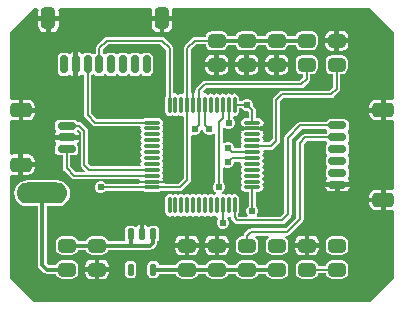
<source format=gtl>
G04*
G04 #@! TF.GenerationSoftware,Altium Limited,Altium Designer,23.4.1 (23)*
G04*
G04 Layer_Physical_Order=1*
G04 Layer_Color=255*
%FSLAX25Y25*%
%MOIN*%
G70*
G04*
G04 #@! TF.SameCoordinates,47F6D48D-2594-4982-AAFB-0A648C4F03F0*
G04*
G04*
G04 #@! TF.FilePolarity,Positive*
G04*
G01*
G75*
%ADD12C,0.00800*%
G04:AMPARAMS|DCode=14|XSize=61.02mil|YSize=23.62mil|CornerRadius=5.91mil|HoleSize=0mil|Usage=FLASHONLY|Rotation=0.000|XOffset=0mil|YOffset=0mil|HoleType=Round|Shape=RoundedRectangle|*
%AMROUNDEDRECTD14*
21,1,0.06102,0.01181,0,0,0.0*
21,1,0.04921,0.02362,0,0,0.0*
1,1,0.01181,0.02461,-0.00591*
1,1,0.01181,-0.02461,-0.00591*
1,1,0.01181,-0.02461,0.00591*
1,1,0.01181,0.02461,0.00591*
%
%ADD14ROUNDEDRECTD14*%
G04:AMPARAMS|DCode=15|XSize=23.62mil|YSize=61.02mil|CornerRadius=5.91mil|HoleSize=0mil|Usage=FLASHONLY|Rotation=270.000|XOffset=0mil|YOffset=0mil|HoleType=Round|Shape=RoundedRectangle|*
%AMROUNDEDRECTD15*
21,1,0.02362,0.04921,0,0,270.0*
21,1,0.01181,0.06102,0,0,270.0*
1,1,0.01181,-0.02461,-0.00591*
1,1,0.01181,-0.02461,0.00591*
1,1,0.01181,0.02461,0.00591*
1,1,0.01181,0.02461,-0.00591*
%
%ADD15ROUNDEDRECTD15*%
G04:AMPARAMS|DCode=16|XSize=70.87mil|YSize=47.24mil|CornerRadius=11.81mil|HoleSize=0mil|Usage=FLASHONLY|Rotation=180.000|XOffset=0mil|YOffset=0mil|HoleType=Round|Shape=RoundedRectangle|*
%AMROUNDEDRECTD16*
21,1,0.07087,0.02362,0,0,180.0*
21,1,0.04724,0.04724,0,0,180.0*
1,1,0.02362,-0.02362,0.01181*
1,1,0.02362,0.02362,0.01181*
1,1,0.02362,0.02362,-0.01181*
1,1,0.02362,-0.02362,-0.01181*
%
%ADD16ROUNDEDRECTD16*%
G04:AMPARAMS|DCode=17|XSize=45.67mil|YSize=57.09mil|CornerRadius=11.42mil|HoleSize=0mil|Usage=FLASHONLY|Rotation=90.000|XOffset=0mil|YOffset=0mil|HoleType=Round|Shape=RoundedRectangle|*
%AMROUNDEDRECTD17*
21,1,0.04567,0.03425,0,0,90.0*
21,1,0.02284,0.05709,0,0,90.0*
1,1,0.02284,0.01713,0.01142*
1,1,0.02284,0.01713,-0.01142*
1,1,0.02284,-0.01713,-0.01142*
1,1,0.02284,-0.01713,0.01142*
%
%ADD17ROUNDEDRECTD17*%
G04:AMPARAMS|DCode=18|XSize=21.65mil|YSize=39.37mil|CornerRadius=5.41mil|HoleSize=0mil|Usage=FLASHONLY|Rotation=180.000|XOffset=0mil|YOffset=0mil|HoleType=Round|Shape=RoundedRectangle|*
%AMROUNDEDRECTD18*
21,1,0.02165,0.02854,0,0,180.0*
21,1,0.01083,0.03937,0,0,180.0*
1,1,0.01083,-0.00541,0.01427*
1,1,0.01083,0.00541,0.01427*
1,1,0.01083,0.00541,-0.01427*
1,1,0.01083,-0.00541,-0.01427*
%
%ADD18ROUNDEDRECTD18*%
G04:AMPARAMS|DCode=19|XSize=21.65mil|YSize=39.37mil|CornerRadius=5.41mil|HoleSize=0mil|Usage=FLASHONLY|Rotation=180.000|XOffset=0mil|YOffset=0mil|HoleType=Round|Shape=RoundedRectangle|*
%AMROUNDEDRECTD19*
21,1,0.02165,0.02854,0,0,180.0*
21,1,0.01083,0.03937,0,0,180.0*
1,1,0.01083,-0.00541,0.01427*
1,1,0.01083,0.00541,0.01427*
1,1,0.01083,0.00541,-0.01427*
1,1,0.01083,-0.00541,-0.01427*
%
%ADD19ROUNDEDRECTD19*%
G04:AMPARAMS|DCode=20|XSize=47.24mil|YSize=70.87mil|CornerRadius=11.81mil|HoleSize=0mil|Usage=FLASHONLY|Rotation=90.000|XOffset=0mil|YOffset=0mil|HoleType=Round|Shape=RoundedRectangle|*
%AMROUNDEDRECTD20*
21,1,0.04724,0.04724,0,0,90.0*
21,1,0.02362,0.07087,0,0,90.0*
1,1,0.02362,0.02362,0.01181*
1,1,0.02362,0.02362,-0.01181*
1,1,0.02362,-0.02362,-0.01181*
1,1,0.02362,-0.02362,0.01181*
%
%ADD20ROUNDEDRECTD20*%
G04:AMPARAMS|DCode=21|XSize=47.24mil|YSize=70.87mil|CornerRadius=11.81mil|HoleSize=0mil|Usage=FLASHONLY|Rotation=0.000|XOffset=0mil|YOffset=0mil|HoleType=Round|Shape=RoundedRectangle|*
%AMROUNDEDRECTD21*
21,1,0.04724,0.04724,0,0,0.0*
21,1,0.02362,0.07087,0,0,0.0*
1,1,0.02362,0.01181,-0.02362*
1,1,0.02362,-0.01181,-0.02362*
1,1,0.02362,-0.01181,0.02362*
1,1,0.02362,0.01181,0.02362*
%
%ADD21ROUNDEDRECTD21*%
G04:AMPARAMS|DCode=22|XSize=61.02mil|YSize=23.62mil|CornerRadius=5.91mil|HoleSize=0mil|Usage=FLASHONLY|Rotation=270.000|XOffset=0mil|YOffset=0mil|HoleType=Round|Shape=RoundedRectangle|*
%AMROUNDEDRECTD22*
21,1,0.06102,0.01181,0,0,270.0*
21,1,0.04921,0.02362,0,0,270.0*
1,1,0.01181,-0.00591,-0.02461*
1,1,0.01181,-0.00591,0.02461*
1,1,0.01181,0.00591,0.02461*
1,1,0.01181,0.00591,-0.02461*
%
%ADD22ROUNDEDRECTD22*%
G04:AMPARAMS|DCode=23|XSize=23.62mil|YSize=61.02mil|CornerRadius=5.91mil|HoleSize=0mil|Usage=FLASHONLY|Rotation=180.000|XOffset=0mil|YOffset=0mil|HoleType=Round|Shape=RoundedRectangle|*
%AMROUNDEDRECTD23*
21,1,0.02362,0.04921,0,0,180.0*
21,1,0.01181,0.06102,0,0,180.0*
1,1,0.01181,-0.00591,0.02461*
1,1,0.01181,0.00591,0.02461*
1,1,0.01181,0.00591,-0.02461*
1,1,0.01181,-0.00591,-0.02461*
%
%ADD23ROUNDEDRECTD23*%
%ADD24O,0.01063X0.05906*%
%ADD25O,0.05906X0.01063*%
%ADD39O,0.17000X0.07000*%
%ADD40C,0.01200*%
%ADD41C,0.02400*%
G36*
X284129Y244786D02*
Y222312D01*
X283629Y221981D01*
X283011Y222104D01*
X281449D01*
Y218699D01*
Y215294D01*
X283011D01*
X283629Y215417D01*
X284129Y215086D01*
Y192391D01*
X283629Y192059D01*
X283013Y192181D01*
X281451D01*
Y188776D01*
Y185371D01*
X283013D01*
X283629Y185494D01*
X284129Y185161D01*
Y162718D01*
X276281Y154870D01*
X164213D01*
X156372Y162712D01*
Y196914D01*
X156872Y197245D01*
X157489Y197122D01*
X159051D01*
Y200527D01*
Y203932D01*
X157489D01*
X156872Y203809D01*
X156372Y204141D01*
Y215108D01*
X156872Y215424D01*
X157522Y215295D01*
X159084D01*
Y218700D01*
Y222105D01*
X157522D01*
X156872Y221975D01*
X156372Y222291D01*
Y244785D01*
X164215Y252628D01*
X165366D01*
X165756Y252128D01*
X165658Y251637D01*
Y250074D01*
X172468D01*
Y251637D01*
X172370Y252128D01*
X172760Y252628D01*
X203215D01*
X203603Y252128D01*
X203504Y251632D01*
Y250069D01*
X210314D01*
Y251632D01*
X210215Y252128D01*
X210603Y252628D01*
X276286Y252628D01*
X284129Y244786D01*
D02*
G37*
%LPC*%
G36*
X172468Y248474D02*
X169863D01*
Y244688D01*
X170244D01*
X171095Y244858D01*
X171817Y245340D01*
X172299Y246061D01*
X172468Y246912D01*
Y248474D01*
D02*
G37*
G36*
X168263D02*
X165658D01*
Y246912D01*
X165827Y246061D01*
X166309Y245340D01*
X167031Y244858D01*
X167882Y244688D01*
X168263D01*
Y248474D01*
D02*
G37*
G36*
X210314Y248469D02*
X207709D01*
Y244684D01*
X208090D01*
X208941Y244853D01*
X209663Y245335D01*
X210145Y246056D01*
X210314Y246907D01*
Y248469D01*
D02*
G37*
G36*
X206109D02*
X203504D01*
Y246907D01*
X203674Y246056D01*
X204156Y245335D01*
X204877Y244853D01*
X205728Y244684D01*
X206109D01*
Y248469D01*
D02*
G37*
G36*
X256889Y244988D02*
X253464D01*
X252707Y244837D01*
X252064Y244408D01*
X251635Y243766D01*
X251541Y243294D01*
X248812D01*
X248718Y243766D01*
X248289Y244408D01*
X247647Y244837D01*
X246889Y244988D01*
X243464D01*
X242706Y244837D01*
X242064Y244408D01*
X241635Y243766D01*
X241541Y243294D01*
X238812D01*
X238718Y243766D01*
X238289Y244408D01*
X237647Y244837D01*
X236889Y244988D01*
X233464D01*
X232706Y244837D01*
X232064Y244408D01*
X231635Y243766D01*
X231541Y243294D01*
X228812D01*
X228718Y243766D01*
X228289Y244408D01*
X227647Y244837D01*
X226889Y244988D01*
X223464D01*
X222707Y244837D01*
X222064Y244408D01*
X221635Y243766D01*
X221501Y243090D01*
X217866D01*
X217398Y242997D01*
X217001Y242731D01*
X214464Y240194D01*
X214199Y239797D01*
X214106Y239329D01*
Y224565D01*
X213606Y224215D01*
X213360Y224264D01*
X212840Y224160D01*
X212783Y224122D01*
X212376Y223880D01*
X211969Y224122D01*
X211912Y224160D01*
X211392Y224264D01*
X211146Y224215D01*
X210646Y224565D01*
Y239329D01*
X210553Y239797D01*
X210288Y240194D01*
X207755Y242726D01*
X207358Y242992D01*
X206890Y243085D01*
X188564D01*
X188095Y242992D01*
X187698Y242726D01*
X185157Y240185D01*
X184892Y239788D01*
X184799Y239320D01*
Y237725D01*
X184429Y237478D01*
X184356Y237369D01*
X183755D01*
X183687Y237471D01*
X183227Y237778D01*
X182684Y237886D01*
X181503D01*
X180961Y237778D01*
X180500Y237471D01*
X180495Y237463D01*
X179995D01*
X179894Y237615D01*
X179368Y237967D01*
X178957Y238049D01*
Y234008D01*
Y229967D01*
X179368Y230049D01*
X179894Y230401D01*
X179995Y230553D01*
X180495D01*
X180500Y230545D01*
X180870Y230298D01*
Y217116D01*
X180963Y216648D01*
X181228Y216251D01*
X183764Y213715D01*
X184161Y213450D01*
X184629Y213357D01*
X199438D01*
X199788Y212857D01*
X199739Y212611D01*
X199843Y212092D01*
X200137Y211651D01*
X199881Y211221D01*
X199842Y211163D01*
X199739Y210643D01*
X199842Y210124D01*
X199882Y210065D01*
X200137Y209634D01*
X199843Y209194D01*
X199739Y208674D01*
X199843Y208155D01*
X200137Y207714D01*
X199881Y207284D01*
X199842Y207226D01*
X199739Y206706D01*
X199842Y206187D01*
X199882Y206128D01*
X200137Y205697D01*
X199843Y205257D01*
X199739Y204737D01*
X199843Y204218D01*
X199881Y204160D01*
X200136Y203729D01*
X199842Y203289D01*
X199739Y202769D01*
X199842Y202250D01*
X199881Y202191D01*
X200137Y201760D01*
X199843Y201320D01*
X199739Y200800D01*
X199788Y200556D01*
X199437Y200056D01*
X183074D01*
X182223Y200906D01*
Y211903D01*
X182130Y212371D01*
X181865Y212769D01*
X180250Y214383D01*
X179853Y214649D01*
X179385Y214742D01*
X178850D01*
X178603Y215111D01*
X178144Y215418D01*
X177601Y215526D01*
X172680D01*
X172137Y215418D01*
X171677Y215111D01*
X171370Y214651D01*
X171262Y214108D01*
Y212927D01*
X171370Y212385D01*
X171677Y211925D01*
X171685Y211919D01*
Y211419D01*
X171533Y211318D01*
X171181Y210792D01*
X171100Y210381D01*
X175140D01*
X179181D01*
X179099Y210792D01*
X178748Y211318D01*
X178596Y211419D01*
Y211919D01*
X178603Y211925D01*
X179222Y211951D01*
X179777Y211397D01*
Y200399D01*
X179870Y199931D01*
X180135Y199534D01*
X181120Y198549D01*
X180929Y198087D01*
X178144D01*
X176364Y199866D01*
Y203635D01*
X177600D01*
X178143Y203743D01*
X178603Y204050D01*
X178910Y204510D01*
X179018Y205053D01*
Y206234D01*
X178910Y206776D01*
X178624Y207205D01*
X178603Y207236D01*
X178671Y207792D01*
X178748Y207843D01*
X179099Y208369D01*
X179181Y208781D01*
X175140D01*
X171100D01*
X171181Y208369D01*
X171533Y207843D01*
X171609Y207792D01*
X171677Y207236D01*
X171656Y207206D01*
X171369Y206776D01*
X171261Y206234D01*
Y205053D01*
X171369Y204510D01*
X171677Y204050D01*
X172137Y203743D01*
X172679Y203635D01*
X173917D01*
Y199360D01*
X174010Y198891D01*
X174275Y198495D01*
X176772Y195998D01*
X177169Y195733D01*
X177637Y195640D01*
X199196D01*
X199583Y195140D01*
X199535Y194895D01*
X199584Y194650D01*
X199197Y194150D01*
X188179D01*
X187633Y194695D01*
X186898Y195000D01*
X186102D01*
X185367Y194695D01*
X184804Y194133D01*
X184500Y193398D01*
Y192602D01*
X184804Y191867D01*
X185367Y191305D01*
X186102Y191000D01*
X186898D01*
X187633Y191305D01*
X188031Y191703D01*
X200531D01*
X200577Y191672D01*
X201097Y191569D01*
X205939D01*
X206459Y191672D01*
X206505Y191703D01*
X212772D01*
X213240Y191796D01*
X213637Y192061D01*
X216194Y194618D01*
X216460Y195015D01*
X216553Y195483D01*
Y210154D01*
X217053Y210488D01*
X217454Y210321D01*
X218250D01*
X218985Y210626D01*
X219548Y211189D01*
X219852Y211924D01*
Y212313D01*
X220352Y212524D01*
X220648Y212238D01*
Y211924D01*
X220952Y211189D01*
X221515Y210626D01*
X222250Y210321D01*
X223046D01*
X223781Y210626D01*
X224149Y210994D01*
X224649Y210787D01*
Y194608D01*
X224177Y194136D01*
X223872Y193401D01*
Y192605D01*
X224177Y191870D01*
X224739Y191307D01*
X224875Y191251D01*
X224824Y190731D01*
X224651Y190697D01*
X224593Y190658D01*
X224187Y190417D01*
X223780Y190658D01*
X223723Y190697D01*
X223203Y190800D01*
X222684Y190697D01*
X222625Y190657D01*
X222218Y190417D01*
X221812Y190657D01*
X221753Y190697D01*
X221234Y190800D01*
X220714Y190697D01*
X220657Y190658D01*
X220250Y190417D01*
X219843Y190658D01*
X219786Y190697D01*
X219266Y190800D01*
X218747Y190697D01*
X218688Y190657D01*
X218282Y190417D01*
X217875Y190657D01*
X217816Y190697D01*
X217297Y190800D01*
X216777Y190697D01*
X216720Y190658D01*
X216313Y190417D01*
X215906Y190658D01*
X215849Y190697D01*
X215329Y190800D01*
X214810Y190697D01*
X214751Y190657D01*
X214345Y190417D01*
X213938Y190657D01*
X213879Y190697D01*
X213360Y190800D01*
X212840Y190697D01*
X212783Y190658D01*
X212376Y190417D01*
X211969Y190658D01*
X211912Y190697D01*
X211392Y190800D01*
X210873Y190697D01*
X210814Y190657D01*
X210407Y190417D01*
X210001Y190657D01*
X209942Y190697D01*
X209423Y190800D01*
X208903Y190697D01*
X208463Y190402D01*
X208169Y189962D01*
X208065Y189443D01*
Y184600D01*
X208169Y184081D01*
X208463Y183640D01*
X208903Y183346D01*
X209423Y183242D01*
X209942Y183346D01*
X210001Y183385D01*
X210407Y183625D01*
X210814Y183385D01*
X210873Y183346D01*
X211392Y183242D01*
X211912Y183346D01*
X211969Y183384D01*
X212376Y183626D01*
X212783Y183384D01*
X212840Y183346D01*
X213360Y183242D01*
X213879Y183346D01*
X213938Y183385D01*
X214345Y183625D01*
X214751Y183385D01*
X214810Y183346D01*
X215329Y183242D01*
X215849Y183346D01*
X215906Y183384D01*
X216313Y183626D01*
X216720Y183384D01*
X216777Y183346D01*
X217297Y183242D01*
X217816Y183346D01*
X217875Y183385D01*
X218282Y183625D01*
X218688Y183385D01*
X218747Y183346D01*
X219266Y183242D01*
X219786Y183346D01*
X219843Y183384D01*
X220250Y183626D01*
X220657Y183384D01*
X220714Y183346D01*
X221234Y183242D01*
X221753Y183346D01*
X221812Y183385D01*
X222218Y183625D01*
X222625Y183385D01*
X222684Y183346D01*
X223203Y183242D01*
X223723Y183346D01*
X223780Y183384D01*
X224187Y183626D01*
X224593Y183384D01*
X224651Y183346D01*
X225171Y183242D01*
X225196Y183247D01*
X225662Y182899D01*
X225690Y182519D01*
X225445Y182273D01*
X225140Y181538D01*
Y180742D01*
X225445Y180007D01*
X226007Y179445D01*
X226742Y179140D01*
X227538D01*
X228273Y179445D01*
X228836Y180007D01*
X229140Y180742D01*
Y181538D01*
X228836Y182273D01*
X228591Y182518D01*
X228620Y182899D01*
X229085Y183247D01*
X229108Y183242D01*
X229354Y183291D01*
X229854Y182941D01*
Y182923D01*
X229947Y182455D01*
X230212Y182058D01*
X231135Y181135D01*
X231532Y180870D01*
X232000Y180777D01*
X247000D01*
X247468Y180870D01*
X247865Y181135D01*
X249793Y183063D01*
X250059Y183460D01*
X250152Y183928D01*
Y208966D01*
X253543Y212358D01*
X261682D01*
X261929Y211988D01*
X262041Y211913D01*
Y211312D01*
X261929Y211237D01*
X261682Y210868D01*
X254644D01*
X254176Y210774D01*
X253779Y210509D01*
X251992Y208722D01*
X251726Y208325D01*
X251633Y207857D01*
Y182805D01*
X248140Y179312D01*
X236589D01*
X236121Y179219D01*
X235724Y178954D01*
X234357Y177587D01*
X234092Y177190D01*
X233999Y176722D01*
Y176700D01*
X233509D01*
X232752Y176549D01*
X232110Y176120D01*
X231680Y175478D01*
X231530Y174720D01*
Y172437D01*
X231680Y171679D01*
X232110Y171037D01*
X232752Y170608D01*
X233509Y170457D01*
X236935D01*
X237692Y170608D01*
X238335Y171037D01*
X238764Y171679D01*
X238914Y172437D01*
Y174720D01*
X238764Y175478D01*
X238335Y176120D01*
X237968Y176365D01*
X238119Y176865D01*
X242325D01*
X242477Y176365D01*
X242110Y176120D01*
X241681Y175478D01*
X241530Y174720D01*
Y172437D01*
X241681Y171679D01*
X242110Y171037D01*
X242752Y170608D01*
X243510Y170457D01*
X246935D01*
X247692Y170608D01*
X248335Y171037D01*
X248764Y171679D01*
X248914Y172437D01*
Y174720D01*
X248764Y175478D01*
X248335Y176120D01*
X247968Y176365D01*
X248119Y176865D01*
X248647D01*
X249115Y176958D01*
X249512Y177224D01*
X253722Y181433D01*
X253987Y181830D01*
X254080Y182299D01*
Y207350D01*
X255151Y208421D01*
X261682D01*
X261929Y208051D01*
X262041Y207976D01*
Y207375D01*
X261929Y207300D01*
X261622Y206840D01*
X261514Y206298D01*
Y205117D01*
X261622Y204574D01*
X261929Y204114D01*
X262041Y204039D01*
Y203438D01*
X261929Y203363D01*
X261622Y202903D01*
X261514Y202361D01*
Y201180D01*
X261622Y200637D01*
X261929Y200177D01*
X262041Y200102D01*
Y199501D01*
X261930Y199427D01*
X261623Y198967D01*
X261515Y198424D01*
Y197243D01*
X261623Y196701D01*
X261910Y196271D01*
X261930Y196241D01*
X261863Y195684D01*
X261786Y195632D01*
X261434Y195106D01*
X261352Y194695D01*
X265393D01*
X269434D01*
X269352Y195106D01*
X269000Y195632D01*
X268923Y195684D01*
X268856Y196241D01*
X268876Y196271D01*
X269164Y196701D01*
X269271Y197243D01*
Y198424D01*
X269164Y198967D01*
X268856Y199427D01*
X268744Y199501D01*
Y200103D01*
X268856Y200177D01*
X269163Y200637D01*
X269271Y201180D01*
Y202361D01*
X269163Y202903D01*
X268856Y203363D01*
X268744Y203438D01*
Y204039D01*
X268856Y204114D01*
X269163Y204574D01*
X269271Y205117D01*
Y206298D01*
X269163Y206840D01*
X268856Y207300D01*
X268744Y207375D01*
Y207976D01*
X268856Y208051D01*
X269163Y208511D01*
X269271Y209054D01*
Y210235D01*
X269163Y210777D01*
X268856Y211237D01*
X268744Y211312D01*
Y211913D01*
X268856Y211988D01*
X269163Y212448D01*
X269271Y212991D01*
Y214172D01*
X269163Y214714D01*
X268856Y215174D01*
X268396Y215482D01*
X267853Y215589D01*
X262932D01*
X262389Y215482D01*
X261929Y215174D01*
X261682Y214805D01*
X253036D01*
X252568Y214711D01*
X252171Y214446D01*
X248063Y210338D01*
X247798Y209942D01*
X247705Y209473D01*
Y184435D01*
X246493Y183223D01*
X238676D01*
X238469Y183723D01*
X238678Y183932D01*
X238982Y184668D01*
Y185463D01*
X238678Y186198D01*
X238206Y186670D01*
Y191568D01*
X239403D01*
X239923Y191672D01*
X240363Y191966D01*
X240658Y192406D01*
X240761Y192926D01*
X240658Y193445D01*
X240618Y193504D01*
X240363Y193935D01*
X240657Y194375D01*
X240760Y194895D01*
X240657Y195414D01*
X240363Y195855D01*
X240619Y196285D01*
X240658Y196343D01*
X240761Y196863D01*
X240658Y197382D01*
X240618Y197441D01*
X240363Y197872D01*
X240657Y198312D01*
X240760Y198832D01*
X240657Y199351D01*
X240363Y199792D01*
X240619Y200222D01*
X240658Y200280D01*
X240761Y200800D01*
X240658Y201319D01*
X240618Y201378D01*
X240363Y201809D01*
X240657Y202249D01*
X240760Y202769D01*
X240657Y203288D01*
X240363Y203729D01*
X240619Y204159D01*
X240658Y204217D01*
X240761Y204737D01*
X240712Y204982D01*
X241062Y205482D01*
X243206D01*
X243674Y205575D01*
X244071Y205840D01*
X245865Y207635D01*
X246130Y208032D01*
X246223Y208500D01*
Y221685D01*
X247315Y222777D01*
X263326D01*
X263794Y222870D01*
X264191Y223135D01*
X266042Y224986D01*
X266307Y225383D01*
X266400Y225851D01*
Y230745D01*
X266889D01*
X267647Y230895D01*
X268289Y231325D01*
X268718Y231967D01*
X268869Y232724D01*
Y235008D01*
X268718Y235766D01*
X268289Y236408D01*
X267647Y236837D01*
X266889Y236988D01*
X263464D01*
X262706Y236837D01*
X262064Y236408D01*
X261635Y235766D01*
X261484Y235008D01*
Y232724D01*
X261635Y231967D01*
X262064Y231325D01*
X262706Y230895D01*
X263464Y230745D01*
X263953D01*
Y226358D01*
X262819Y225223D01*
X246808D01*
X246340Y225130D01*
X245943Y224865D01*
X244135Y223057D01*
X243870Y222660D01*
X243776Y222192D01*
Y209007D01*
X242699Y207929D01*
X241063D01*
X240712Y208429D01*
X240761Y208674D01*
X240658Y209193D01*
X240618Y209252D01*
X240363Y209683D01*
X240657Y210123D01*
X240761Y210643D01*
X240657Y211162D01*
X240489Y211414D01*
X240508Y211507D01*
X240711Y211811D01*
X240052D01*
X239923Y211897D01*
X239403Y212000D01*
X234560D01*
X234041Y211897D01*
X233911Y211811D01*
X233254D01*
X233457Y211507D01*
X233475Y211415D01*
X233306Y211162D01*
X233203Y210643D01*
X233306Y210123D01*
X233346Y210064D01*
X233601Y209634D01*
X233307Y209193D01*
X233203Y208674D01*
X233307Y208154D01*
X233601Y207714D01*
X233345Y207283D01*
X233306Y207225D01*
X233203Y206706D01*
X233252Y206460D01*
X232902Y205960D01*
X230819D01*
Y206549D01*
X230515Y207284D01*
X229952Y207846D01*
X229217Y208151D01*
X228421D01*
X227686Y207846D01*
X227596Y207756D01*
X227096Y207963D01*
Y212931D01*
X227596Y213138D01*
X227975Y212759D01*
X228710Y212455D01*
X229505D01*
X230241Y212759D01*
X230803Y213322D01*
X231108Y214057D01*
Y214853D01*
X230803Y215588D01*
X230436Y215955D01*
X230467Y216443D01*
X230875Y216746D01*
X231077Y216706D01*
X231597Y216809D01*
X232037Y217104D01*
X232331Y217544D01*
X232435Y218063D01*
Y219261D01*
X233573D01*
X234044Y218790D01*
X234779Y218485D01*
X235446D01*
X235758Y218174D01*
Y215937D01*
X234560D01*
X234041Y215834D01*
X233600Y215540D01*
X233306Y215099D01*
X233203Y214580D01*
X233306Y214060D01*
X233475Y213807D01*
X233457Y213715D01*
X233254Y213411D01*
X233913D01*
X234041Y213325D01*
X234560Y213222D01*
X239403D01*
X239923Y213325D01*
X240051Y213411D01*
X240711D01*
X240508Y213715D01*
X240489Y213808D01*
X240657Y214060D01*
X240761Y214580D01*
X240657Y215099D01*
X240363Y215540D01*
X239922Y215834D01*
X239403Y215937D01*
X238205D01*
Y218680D01*
X238112Y219149D01*
X237847Y219546D01*
X237177Y220216D01*
Y220883D01*
X236872Y221618D01*
X236310Y222181D01*
X235575Y222485D01*
X234779D01*
X234044Y222181D01*
X233571Y221708D01*
X232435D01*
Y222906D01*
X232331Y223426D01*
X232037Y223866D01*
X231597Y224160D01*
X231077Y224264D01*
X230558Y224160D01*
X230499Y224121D01*
X230092Y223881D01*
X229686Y224121D01*
X229627Y224160D01*
X229108Y224264D01*
X228588Y224160D01*
X228531Y224122D01*
X228124Y223880D01*
X227717Y224122D01*
X227660Y224160D01*
X227140Y224264D01*
X226621Y224160D01*
X226562Y224121D01*
X226155Y223881D01*
X225749Y224121D01*
X225690Y224160D01*
X225171Y224264D01*
X224651Y224160D01*
X224593Y224122D01*
X224187Y223880D01*
X223780Y224122D01*
X223723Y224160D01*
X223203Y224264D01*
X222684Y224160D01*
X222625Y224121D01*
X222218Y223881D01*
X221812Y224121D01*
X221753Y224160D01*
X221234Y224264D01*
X221175Y224252D01*
X220721Y224591D01*
X220692Y224994D01*
X221738Y226041D01*
X253341D01*
X253809Y226134D01*
X254206Y226399D01*
X256042Y228235D01*
X256307Y228632D01*
X256400Y229100D01*
Y230745D01*
X256889D01*
X257647Y230895D01*
X258289Y231325D01*
X258718Y231967D01*
X258869Y232724D01*
Y235008D01*
X258718Y235766D01*
X258289Y236408D01*
X257647Y236837D01*
X256889Y236988D01*
X253464D01*
X252707Y236837D01*
X252064Y236408D01*
X251635Y235766D01*
X251484Y235008D01*
Y232724D01*
X251635Y231967D01*
X252064Y231325D01*
X252707Y230895D01*
X253464Y230745D01*
X253953D01*
Y229607D01*
X252834Y228488D01*
X221231D01*
X220763Y228395D01*
X220366Y228129D01*
X218401Y226164D01*
X218136Y225767D01*
X218043Y225299D01*
Y224805D01*
X217543Y224418D01*
X217297Y224467D01*
X217053Y224419D01*
X216553Y224806D01*
Y238822D01*
X218373Y240643D01*
X221501D01*
X221635Y239967D01*
X222064Y239325D01*
X222707Y238895D01*
X223464Y238745D01*
X226889D01*
X227647Y238895D01*
X228289Y239325D01*
X228718Y239967D01*
X228812Y240439D01*
X231541D01*
X231635Y239967D01*
X232064Y239325D01*
X232706Y238895D01*
X233464Y238745D01*
X236889D01*
X237647Y238895D01*
X238289Y239325D01*
X238718Y239967D01*
X238812Y240439D01*
X241541D01*
X241635Y239967D01*
X242064Y239325D01*
X242706Y238895D01*
X243464Y238745D01*
X246889D01*
X247647Y238895D01*
X248289Y239325D01*
X248718Y239967D01*
X248812Y240439D01*
X251541D01*
X251635Y239967D01*
X252064Y239325D01*
X252707Y238895D01*
X253464Y238745D01*
X256889D01*
X257647Y238895D01*
X258289Y239325D01*
X258718Y239967D01*
X258869Y240724D01*
Y243008D01*
X258718Y243766D01*
X258289Y244408D01*
X257647Y244837D01*
X256889Y244988D01*
D02*
G37*
G36*
X266889Y245192D02*
X265977D01*
Y242666D01*
X269073D01*
Y243008D01*
X268907Y243844D01*
X268433Y244552D01*
X267725Y245025D01*
X266889Y245192D01*
D02*
G37*
G36*
X264377D02*
X263464D01*
X262629Y245025D01*
X261920Y244552D01*
X261447Y243844D01*
X261280Y243008D01*
Y242666D01*
X264377D01*
Y245192D01*
D02*
G37*
G36*
X269073Y241066D02*
X265977D01*
Y238541D01*
X266889D01*
X267725Y238707D01*
X268433Y239180D01*
X268907Y239889D01*
X269073Y240724D01*
Y241066D01*
D02*
G37*
G36*
X264377D02*
X261280D01*
Y240724D01*
X261447Y239889D01*
X261920Y239180D01*
X262629Y238707D01*
X263464Y238541D01*
X264377D01*
Y241066D01*
D02*
G37*
G36*
X177357Y238049D02*
X176945Y237967D01*
X176419Y237615D01*
X176367Y237536D01*
X175805Y237477D01*
X175345Y237784D01*
X174803Y237892D01*
X173622D01*
X173079Y237784D01*
X172619Y237477D01*
X172312Y237017D01*
X172204Y236474D01*
Y231553D01*
X172312Y231010D01*
X172619Y230550D01*
X173079Y230243D01*
X173622Y230135D01*
X174803D01*
X175345Y230243D01*
X175777Y230531D01*
X175805Y230550D01*
X176363Y230485D01*
X176419Y230401D01*
X176945Y230049D01*
X177357Y229967D01*
Y234008D01*
Y238049D01*
D02*
G37*
G36*
X246889Y237192D02*
X245977D01*
Y234666D01*
X249073D01*
Y235008D01*
X248907Y235844D01*
X248433Y236552D01*
X247725Y237025D01*
X246889Y237192D01*
D02*
G37*
G36*
X236889D02*
X235977D01*
Y234666D01*
X239073D01*
Y235008D01*
X238907Y235844D01*
X238433Y236552D01*
X237725Y237025D01*
X236889Y237192D01*
D02*
G37*
G36*
X226889D02*
X225977D01*
Y234666D01*
X229073D01*
Y235008D01*
X228907Y235844D01*
X228433Y236552D01*
X227725Y237025D01*
X226889Y237192D01*
D02*
G37*
G36*
X244377D02*
X243464D01*
X242629Y237025D01*
X241920Y236552D01*
X241447Y235844D01*
X241281Y235008D01*
Y234666D01*
X244377D01*
Y237192D01*
D02*
G37*
G36*
X234377D02*
X233464D01*
X232628Y237025D01*
X231920Y236552D01*
X231447Y235844D01*
X231280Y235008D01*
Y234666D01*
X234377D01*
Y237192D01*
D02*
G37*
G36*
X224377D02*
X223464D01*
X222628Y237025D01*
X221920Y236552D01*
X221447Y235844D01*
X221281Y235008D01*
Y234666D01*
X224377D01*
Y237192D01*
D02*
G37*
G36*
X249073Y233066D02*
X245977D01*
Y230541D01*
X246889D01*
X247725Y230707D01*
X248433Y231180D01*
X248907Y231889D01*
X249073Y232724D01*
Y233066D01*
D02*
G37*
G36*
X244377D02*
X241281D01*
Y232724D01*
X241447Y231889D01*
X241920Y231180D01*
X242629Y230707D01*
X243464Y230541D01*
X244377D01*
Y233066D01*
D02*
G37*
G36*
X239073D02*
X235977D01*
Y230541D01*
X236889D01*
X237725Y230707D01*
X238433Y231180D01*
X238907Y231889D01*
X239073Y232724D01*
Y233066D01*
D02*
G37*
G36*
X234377D02*
X231280D01*
Y232724D01*
X231447Y231889D01*
X231920Y231180D01*
X232628Y230707D01*
X233464Y230541D01*
X234377D01*
Y233066D01*
D02*
G37*
G36*
X229073D02*
X225977D01*
Y230541D01*
X226889D01*
X227725Y230707D01*
X228433Y231180D01*
X228907Y231889D01*
X229073Y232724D01*
Y233066D01*
D02*
G37*
G36*
X224377D02*
X221281D01*
Y232724D01*
X221447Y231889D01*
X221920Y231180D01*
X222628Y230707D01*
X223464Y230541D01*
X224377D01*
Y233066D01*
D02*
G37*
G36*
X162247Y222105D02*
X160684D01*
Y219499D01*
X164470D01*
Y219881D01*
X164301Y220732D01*
X163819Y221453D01*
X163098Y221935D01*
X162247Y222105D01*
D02*
G37*
G36*
X279849Y222104D02*
X278287D01*
X277436Y221935D01*
X276715Y221453D01*
X276233Y220731D01*
X276063Y219880D01*
Y219499D01*
X279849D01*
Y222104D01*
D02*
G37*
G36*
X164470Y217899D02*
X160684D01*
Y215295D01*
X162247D01*
X163098Y215464D01*
X163819Y215946D01*
X164301Y216667D01*
X164470Y217518D01*
Y217899D01*
D02*
G37*
G36*
X279849Y217899D02*
X276063D01*
Y217518D01*
X276233Y216667D01*
X276715Y215945D01*
X277436Y215463D01*
X278287Y215294D01*
X279849D01*
Y217899D01*
D02*
G37*
G36*
X162213Y203932D02*
X160651D01*
Y201327D01*
X164437D01*
Y201708D01*
X164268Y202559D01*
X163785Y203281D01*
X163064Y203763D01*
X162213Y203932D01*
D02*
G37*
G36*
X164437Y199727D02*
X160651D01*
Y197122D01*
X162213D01*
X163064Y197291D01*
X163785Y197774D01*
X164268Y198495D01*
X164437Y199346D01*
Y199727D01*
D02*
G37*
G36*
X269434Y193095D02*
X266193D01*
Y191683D01*
X267854D01*
X268474Y191806D01*
X269000Y192158D01*
X269352Y192684D01*
X269434Y193095D01*
D02*
G37*
G36*
X264593D02*
X261352D01*
X261434Y192684D01*
X261786Y192158D01*
X262312Y191806D01*
X262932Y191683D01*
X264593D01*
Y193095D01*
D02*
G37*
G36*
X279851Y192181D02*
X278289D01*
X277438Y192012D01*
X276716Y191530D01*
X276234Y190808D01*
X276065Y189957D01*
Y189576D01*
X279851D01*
Y192181D01*
D02*
G37*
G36*
Y187976D02*
X276065D01*
Y187595D01*
X276234Y186744D01*
X276716Y186022D01*
X277438Y185540D01*
X278289Y185371D01*
X279851D01*
Y187976D01*
D02*
G37*
G36*
X201037Y180337D02*
Y177390D01*
X199436D01*
Y180337D01*
X199094Y180269D01*
X198584Y179928D01*
X198488Y179784D01*
X198005D01*
X197561Y180080D01*
X197038Y180184D01*
X195955D01*
X195432Y180080D01*
X194988Y179784D01*
X194692Y179340D01*
X194588Y178817D01*
Y175962D01*
X194678Y175506D01*
X194581Y175232D01*
X194460Y175006D01*
X188858D01*
X188764Y175478D01*
X188335Y176120D01*
X187692Y176549D01*
X186935Y176700D01*
X183510D01*
X182752Y176549D01*
X182110Y176120D01*
X181681Y175478D01*
X181587Y175006D01*
X178858D01*
X178764Y175478D01*
X178335Y176120D01*
X177692Y176549D01*
X176935Y176700D01*
X173510D01*
X172752Y176549D01*
X172110Y176120D01*
X171680Y175478D01*
X171530Y174720D01*
Y172437D01*
X171680Y171679D01*
X172110Y171037D01*
X172752Y170608D01*
X173510Y170457D01*
X176935D01*
X177692Y170608D01*
X178335Y171037D01*
X178764Y171679D01*
X178858Y172151D01*
X181587D01*
X181681Y171679D01*
X182110Y171037D01*
X182752Y170608D01*
X183510Y170457D01*
X186935D01*
X187692Y170608D01*
X188335Y171037D01*
X188764Y171679D01*
X188858Y172151D01*
X203008D01*
X203008Y172151D01*
X203554Y172260D01*
X204017Y172569D01*
X204986Y173538D01*
X204986Y173538D01*
X205295Y174001D01*
X205404Y174547D01*
X205404Y174547D01*
Y174941D01*
X205485Y174995D01*
X205782Y175439D01*
X205886Y175962D01*
Y178817D01*
X205782Y179340D01*
X205485Y179784D01*
X205041Y180080D01*
X204518Y180184D01*
X203435D01*
X202912Y180080D01*
X202468Y179784D01*
X201986D01*
X201889Y179928D01*
X201379Y180269D01*
X201037Y180337D01*
D02*
G37*
G36*
X256935Y176904D02*
X256022D01*
Y174379D01*
X259118D01*
Y174720D01*
X258952Y175556D01*
X258479Y176264D01*
X257770Y176738D01*
X256935Y176904D01*
D02*
G37*
G36*
X226935D02*
X226022D01*
Y174379D01*
X229118D01*
Y174720D01*
X228952Y175556D01*
X228479Y176264D01*
X227770Y176738D01*
X226935Y176904D01*
D02*
G37*
G36*
X216935D02*
X216022D01*
Y174379D01*
X219118D01*
Y174720D01*
X218952Y175556D01*
X218479Y176264D01*
X217770Y176738D01*
X216935Y176904D01*
D02*
G37*
G36*
X224422D02*
X223510D01*
X222674Y176738D01*
X221965Y176264D01*
X221492Y175556D01*
X221326Y174720D01*
Y174379D01*
X224422D01*
Y176904D01*
D02*
G37*
G36*
X214422D02*
X213509D01*
X212674Y176738D01*
X211965Y176264D01*
X211492Y175556D01*
X211326Y174720D01*
Y174379D01*
X214422D01*
Y176904D01*
D02*
G37*
G36*
X254422D02*
X253509D01*
X252674Y176738D01*
X251965Y176264D01*
X251492Y175556D01*
X251326Y174720D01*
Y174379D01*
X254422D01*
Y176904D01*
D02*
G37*
G36*
X266935Y176700D02*
X263509D01*
X262752Y176549D01*
X262110Y176120D01*
X261681Y175478D01*
X261530Y174720D01*
Y172437D01*
X261681Y171679D01*
X262110Y171037D01*
X262752Y170608D01*
X263509Y170457D01*
X266935D01*
X267692Y170608D01*
X268335Y171037D01*
X268764Y171679D01*
X268914Y172437D01*
Y174720D01*
X268764Y175478D01*
X268335Y176120D01*
X267692Y176549D01*
X266935Y176700D01*
D02*
G37*
G36*
X259118Y172778D02*
X256022D01*
Y170253D01*
X256935D01*
X257770Y170419D01*
X258479Y170893D01*
X258952Y171601D01*
X259118Y172437D01*
Y172778D01*
D02*
G37*
G36*
X254422D02*
X251326D01*
Y172437D01*
X251492Y171601D01*
X251965Y170893D01*
X252674Y170419D01*
X253509Y170253D01*
X254422D01*
Y172778D01*
D02*
G37*
G36*
X229118D02*
X226022D01*
Y170253D01*
X226935D01*
X227770Y170419D01*
X228479Y170893D01*
X228952Y171601D01*
X229118Y172437D01*
Y172778D01*
D02*
G37*
G36*
X224422D02*
X221326D01*
Y172437D01*
X221492Y171601D01*
X221965Y170893D01*
X222674Y170419D01*
X223510Y170253D01*
X224422D01*
Y172778D01*
D02*
G37*
G36*
X219118D02*
X216022D01*
Y170253D01*
X216935D01*
X217770Y170419D01*
X218479Y170893D01*
X218952Y171601D01*
X219118Y172437D01*
Y172778D01*
D02*
G37*
G36*
X214422D02*
X211326D01*
Y172437D01*
X211492Y171601D01*
X211965Y170893D01*
X212674Y170419D01*
X213509Y170253D01*
X214422D01*
Y172778D01*
D02*
G37*
G36*
X246935Y168700D02*
X243510D01*
X242752Y168549D01*
X242110Y168120D01*
X241681Y167478D01*
X241587Y167006D01*
X238858D01*
X238764Y167478D01*
X238335Y168120D01*
X237692Y168549D01*
X236935Y168700D01*
X233509D01*
X232752Y168549D01*
X232110Y168120D01*
X231680Y167478D01*
X231587Y167006D01*
X228858D01*
X228764Y167478D01*
X228335Y168120D01*
X227692Y168549D01*
X226935Y168700D01*
X223510D01*
X222752Y168549D01*
X222110Y168120D01*
X221680Y167478D01*
X221587Y167006D01*
X218858D01*
X218764Y167478D01*
X218335Y168120D01*
X217692Y168549D01*
X216935Y168700D01*
X213509D01*
X212752Y168549D01*
X212110Y168120D01*
X211681Y167478D01*
X211587Y167006D01*
X205886D01*
X205782Y167529D01*
X205485Y167973D01*
X205041Y168269D01*
X204518Y168373D01*
X203435D01*
X202912Y168269D01*
X202468Y167973D01*
X202172Y167529D01*
X202068Y167006D01*
Y164151D01*
X202172Y163628D01*
X202468Y163184D01*
X202912Y162888D01*
X203435Y162784D01*
X204518D01*
X205041Y162888D01*
X205485Y163184D01*
X205782Y163628D01*
X205886Y164151D01*
X211587D01*
X211681Y163679D01*
X212110Y163037D01*
X212752Y162608D01*
X213509Y162457D01*
X216935D01*
X217692Y162608D01*
X218335Y163037D01*
X218764Y163679D01*
X218858Y164151D01*
X221587D01*
X221680Y163679D01*
X222110Y163037D01*
X222752Y162608D01*
X223510Y162457D01*
X226935D01*
X227692Y162608D01*
X228335Y163037D01*
X228764Y163679D01*
X228858Y164151D01*
X231587D01*
X231680Y163679D01*
X232110Y163037D01*
X232752Y162608D01*
X233509Y162457D01*
X236935D01*
X237692Y162608D01*
X238335Y163037D01*
X238764Y163679D01*
X238858Y164151D01*
X241587D01*
X241681Y163679D01*
X242110Y163037D01*
X242752Y162608D01*
X243510Y162457D01*
X246935D01*
X247692Y162608D01*
X248335Y163037D01*
X248764Y163679D01*
X248914Y164437D01*
Y166720D01*
X248764Y167478D01*
X248335Y168120D01*
X247692Y168549D01*
X246935Y168700D01*
D02*
G37*
G36*
X266935D02*
X263509D01*
X262752Y168549D01*
X262110Y168120D01*
X261681Y167478D01*
X261546Y166802D01*
X258898D01*
X258764Y167478D01*
X258335Y168120D01*
X257692Y168549D01*
X256935Y168700D01*
X253509D01*
X252752Y168549D01*
X252110Y168120D01*
X251680Y167478D01*
X251530Y166720D01*
Y164437D01*
X251680Y163679D01*
X252110Y163037D01*
X252752Y162608D01*
X253509Y162457D01*
X256935D01*
X257692Y162608D01*
X258335Y163037D01*
X258764Y163679D01*
X258898Y164355D01*
X261546D01*
X261681Y163679D01*
X262110Y163037D01*
X262752Y162608D01*
X263509Y162457D01*
X266935D01*
X267692Y162608D01*
X268335Y163037D01*
X268764Y163679D01*
X268914Y164437D01*
Y166720D01*
X268764Y167478D01*
X268335Y168120D01*
X267692Y168549D01*
X266935Y168700D01*
D02*
G37*
G36*
X186935Y168904D02*
X186022D01*
Y166378D01*
X189118D01*
Y166720D01*
X188952Y167556D01*
X188479Y168264D01*
X187770Y168738D01*
X186935Y168904D01*
D02*
G37*
G36*
X184422D02*
X183510D01*
X182674Y168738D01*
X181965Y168264D01*
X181492Y167556D01*
X181326Y166720D01*
Y166378D01*
X184422D01*
Y168904D01*
D02*
G37*
G36*
X197038Y168373D02*
X195955D01*
X195432Y168269D01*
X194988Y167973D01*
X194692Y167529D01*
X194588Y167006D01*
Y164151D01*
X194692Y163628D01*
X194988Y163184D01*
X195432Y162888D01*
X195955Y162784D01*
X197038D01*
X197561Y162888D01*
X198005Y163184D01*
X198301Y163628D01*
X198405Y164151D01*
Y167006D01*
X198301Y167529D01*
X198005Y167973D01*
X197561Y168269D01*
X197038Y168373D01*
D02*
G37*
G36*
X172000Y195337D02*
X162000D01*
X160878Y195189D01*
X159831Y194756D01*
X158933Y194067D01*
X158244Y193169D01*
X157811Y192122D01*
X157663Y191000D01*
X157811Y189877D01*
X158244Y188831D01*
X158933Y187933D01*
X159831Y187244D01*
X160878Y186811D01*
X162000Y186663D01*
X165573D01*
Y167000D01*
X165573Y167000D01*
X165681Y166454D01*
X165991Y165991D01*
X167412Y164569D01*
X167412Y164569D01*
X167875Y164260D01*
X168421Y164151D01*
X171587D01*
X171680Y163679D01*
X172110Y163037D01*
X172752Y162608D01*
X173510Y162457D01*
X176935D01*
X177692Y162608D01*
X178335Y163037D01*
X178764Y163679D01*
X178914Y164437D01*
Y166720D01*
X178764Y167478D01*
X178335Y168120D01*
X177692Y168549D01*
X176935Y168700D01*
X173510D01*
X172752Y168549D01*
X172110Y168120D01*
X171680Y167478D01*
X171587Y167006D01*
X169013D01*
X168427Y167591D01*
Y186663D01*
X172000D01*
X173123Y186811D01*
X174169Y187244D01*
X175067Y187933D01*
X175756Y188831D01*
X176189Y189877D01*
X176337Y191000D01*
X176189Y192122D01*
X175756Y193169D01*
X175067Y194067D01*
X174169Y194756D01*
X173123Y195189D01*
X172000Y195337D01*
D02*
G37*
G36*
X189118Y164778D02*
X186022D01*
Y162253D01*
X186935D01*
X187770Y162419D01*
X188479Y162893D01*
X188952Y163601D01*
X189118Y164437D01*
Y164778D01*
D02*
G37*
G36*
X184422D02*
X181326D01*
Y164437D01*
X181492Y163601D01*
X181965Y162893D01*
X182674Y162419D01*
X183510Y162253D01*
X184422D01*
Y164778D01*
D02*
G37*
%LPD*%
G36*
X208199Y238822D02*
Y223471D01*
X208169Y223426D01*
X208065Y222906D01*
Y218063D01*
X208169Y217544D01*
X208463Y217104D01*
X208903Y216809D01*
X209423Y216706D01*
X209942Y216809D01*
X210001Y216849D01*
X210407Y217089D01*
X210814Y216849D01*
X210873Y216809D01*
X211392Y216706D01*
X211912Y216809D01*
X211969Y216848D01*
X212376Y217089D01*
X212783Y216848D01*
X212840Y216809D01*
X213360Y216706D01*
X213606Y216755D01*
X214106Y216405D01*
Y195990D01*
X212265Y194150D01*
X207838D01*
X207452Y194650D01*
X207500Y194895D01*
X207382Y195493D01*
X207043Y195999D01*
X207025Y196091D01*
X207194Y196344D01*
X207297Y196863D01*
X207194Y197383D01*
X207154Y197442D01*
X206899Y197872D01*
X207193Y198313D01*
X207296Y198832D01*
X207193Y199352D01*
X206899Y199792D01*
X207155Y200223D01*
X207194Y200281D01*
X207297Y200800D01*
X207194Y201320D01*
X207154Y201379D01*
X206899Y201809D01*
X207193Y202250D01*
X207296Y202769D01*
X207193Y203289D01*
X206899Y203729D01*
X207155Y204160D01*
X207194Y204218D01*
X207297Y204737D01*
X207194Y205257D01*
X207154Y205316D01*
X206899Y205746D01*
X207193Y206187D01*
X207297Y206706D01*
X207193Y207226D01*
X206899Y207666D01*
X207155Y208097D01*
X207194Y208155D01*
X207297Y208674D01*
X207194Y209194D01*
X207154Y209253D01*
X206899Y209683D01*
X207193Y210124D01*
X207297Y210643D01*
X207193Y211163D01*
X206899Y211603D01*
X207155Y212034D01*
X207194Y212092D01*
X207297Y212611D01*
X207194Y213131D01*
X207154Y213190D01*
X206899Y213620D01*
X207193Y214061D01*
X207297Y214580D01*
X207193Y215100D01*
X206899Y215540D01*
X206458Y215834D01*
X205939Y215938D01*
X201097D01*
X200577Y215834D01*
X200531Y215804D01*
X185136D01*
X183317Y217623D01*
Y230297D01*
X183687Y230545D01*
X183759Y230654D01*
X184361D01*
X184429Y230551D01*
X184889Y230244D01*
X185432Y230136D01*
X186613D01*
X187155Y230244D01*
X187615Y230551D01*
X187692Y230666D01*
X188293D01*
X188374Y230545D01*
X188835Y230238D01*
X189377Y230130D01*
X190558D01*
X191101Y230238D01*
X191561Y230545D01*
X191635Y230657D01*
X192237D01*
X192312Y230545D01*
X192771Y230238D01*
X193314Y230130D01*
X194495D01*
X195038Y230238D01*
X195498Y230545D01*
X195572Y230657D01*
X196174D01*
X196248Y230545D01*
X196709Y230238D01*
X197251Y230130D01*
X198432D01*
X198975Y230238D01*
X199435Y230545D01*
X199507Y230654D01*
X200109D01*
X200177Y230551D01*
X200637Y230244D01*
X201180Y230136D01*
X202361D01*
X202903Y230244D01*
X203363Y230551D01*
X203671Y231011D01*
X203779Y231554D01*
Y236475D01*
X203671Y237018D01*
X203363Y237478D01*
X202903Y237785D01*
X202361Y237893D01*
X201180D01*
X200637Y237785D01*
X200177Y237478D01*
X200104Y237369D01*
X199503D01*
X199435Y237471D01*
X198975Y237778D01*
X198432Y237886D01*
X197251D01*
X196709Y237778D01*
X196248Y237471D01*
X196174Y237359D01*
X195572D01*
X195498Y237471D01*
X195038Y237778D01*
X194495Y237886D01*
X193314D01*
X192771Y237778D01*
X192312Y237471D01*
X192237Y237359D01*
X191635D01*
X191561Y237471D01*
X191101Y237778D01*
X190558Y237886D01*
X189377D01*
X188835Y237778D01*
X188374Y237471D01*
X188298Y237356D01*
X187696D01*
X187615Y237478D01*
X187246Y237725D01*
Y238813D01*
X189070Y240638D01*
X206383D01*
X208199Y238822D01*
D02*
G37*
G36*
X233252Y201045D02*
X233203Y200800D01*
X233307Y200280D01*
X233601Y199840D01*
X233345Y199409D01*
X233306Y199351D01*
X233203Y198832D01*
X233306Y198312D01*
X233346Y198253D01*
X233601Y197823D01*
X233307Y197382D01*
X233203Y196863D01*
X233307Y196343D01*
X233601Y195903D01*
X233345Y195472D01*
X233306Y195414D01*
X233203Y194895D01*
X233306Y194375D01*
X233346Y194316D01*
X233601Y193886D01*
X233307Y193445D01*
X233203Y192926D01*
X233307Y192406D01*
X233601Y191966D01*
X234041Y191672D01*
X234561Y191568D01*
X235759D01*
Y186670D01*
X235287Y186198D01*
X234982Y185463D01*
Y184668D01*
X235287Y183932D01*
X235495Y183723D01*
X235288Y183223D01*
X232507D01*
X232301Y183430D01*
Y184035D01*
X232331Y184081D01*
X232435Y184600D01*
Y189443D01*
X232331Y189962D01*
X232037Y190402D01*
X231597Y190697D01*
X231077Y190800D01*
X230558Y190697D01*
X230499Y190657D01*
X230092Y190417D01*
X229686Y190657D01*
X229627Y190697D01*
X229108Y190800D01*
X228588Y190697D01*
X228531Y190658D01*
X228124Y190417D01*
X227717Y190658D01*
X227660Y190697D01*
X227140Y190800D01*
X227039Y190780D01*
X226893Y191261D01*
X227005Y191307D01*
X227568Y191870D01*
X227872Y192605D01*
Y193401D01*
X227568Y194136D01*
X227096Y194608D01*
Y199541D01*
X227596Y199749D01*
X227685Y199659D01*
X228421Y199355D01*
X229216D01*
X229951Y199659D01*
X230514Y200222D01*
X230818Y200957D01*
Y201545D01*
X232902D01*
X233252Y201045D01*
D02*
G37*
D12*
X203518Y194895D02*
X210395D01*
X225872Y193003D02*
Y214872D01*
X227140Y216140D02*
Y220485D01*
X225872Y214872D02*
X227140Y216140D01*
X229108Y214455D02*
Y220485D01*
X193706Y194895D02*
X203518D01*
X217297Y220485D02*
Y230297D01*
X177637Y196863D02*
X203518D01*
X175140Y199360D02*
Y205643D01*
Y199360D02*
X177637Y196863D01*
X181000Y200399D02*
Y211903D01*
X175140Y213518D02*
X179385D01*
X181000Y211903D01*
X182567Y198832D02*
X203518D01*
X181000Y200399D02*
X182567Y198832D01*
X182093Y217116D02*
X184629Y214580D01*
X203518D01*
X182093Y217116D02*
Y234008D01*
X186022Y239320D02*
X188564Y241861D01*
X206890D02*
X209423Y239329D01*
X188564Y241861D02*
X206890D01*
X186022Y234014D02*
Y239320D01*
X209423Y220485D02*
Y239329D01*
X203518Y192926D02*
X212772D01*
X215329Y195483D02*
Y220485D01*
X212772Y192926D02*
X215329Y195483D01*
X219266Y225299D02*
X221231Y227264D01*
X219266Y220485D02*
Y225299D01*
X221231Y227264D02*
X253341D01*
X255177Y229100D02*
Y233866D01*
X253341Y227264D02*
X255177Y229100D01*
X246808Y224000D02*
X263326D01*
X265177Y225851D02*
Y233866D01*
X263326Y224000D02*
X265177Y225851D01*
X245000Y208500D02*
Y222192D01*
X246808Y224000D01*
X236589Y178089D02*
X248647D01*
X252857Y182299D02*
Y207857D01*
X248647Y178089D02*
X252857Y182299D01*
X253036Y213581D02*
X265393D01*
X248928Y183928D02*
Y209473D01*
X253036Y213581D01*
X254644Y209644D02*
X265393D01*
X252857Y207857D02*
X254644Y209644D01*
X235222Y176722D02*
X236589Y178089D01*
X235222Y173579D02*
Y176722D01*
X247000Y182000D02*
X248928Y183928D01*
X236982Y214580D02*
Y218680D01*
X235177Y220485D02*
X236982Y218680D01*
X231077Y220485D02*
X235177D01*
X186500Y192926D02*
X203518D01*
X228818Y201355D02*
X230233Y202769D01*
X228819Y206151D02*
X230233Y204737D01*
X230233Y202769D02*
X236982D01*
X221234Y213736D02*
X222648Y212321D01*
X217852D02*
X219266Y213736D01*
X215329Y220485D02*
Y239329D01*
X217866Y241866D01*
X225177D01*
X243206Y206706D02*
X245000Y208500D01*
X236982Y206706D02*
X243206D01*
X232000Y182000D02*
X247000D01*
X231077Y182923D02*
X232000Y182000D01*
X231077Y182923D02*
Y187021D01*
X230233Y204737D02*
X236982D01*
X219266Y213736D02*
Y220485D01*
X221234Y213736D02*
Y220485D01*
X236982Y185065D02*
Y192926D01*
X227140Y181140D02*
Y187021D01*
X255222Y165578D02*
X265222D01*
D14*
X265392Y213581D02*
D03*
Y209644D02*
D03*
Y205707D02*
D03*
Y201770D02*
D03*
X175140Y205643D02*
D03*
D15*
X265393Y197834D02*
D03*
Y193895D02*
D03*
X175140Y213518D02*
D03*
Y209581D02*
D03*
D16*
X280649Y218699D02*
D03*
X280651Y188776D02*
D03*
D17*
X265222Y165578D02*
D03*
Y173579D02*
D03*
X245222Y165578D02*
D03*
Y173579D02*
D03*
X255222D02*
D03*
Y165578D02*
D03*
X235222D02*
D03*
Y173579D02*
D03*
X225222D02*
D03*
Y165578D02*
D03*
X215222D02*
D03*
Y173579D02*
D03*
X185222D02*
D03*
Y165578D02*
D03*
X175222Y173579D02*
D03*
Y165578D02*
D03*
X225177Y233866D02*
D03*
Y241866D02*
D03*
X235177Y233866D02*
D03*
Y241866D02*
D03*
X245177Y233866D02*
D03*
Y241866D02*
D03*
X255177Y233866D02*
D03*
Y241866D02*
D03*
X265177D02*
D03*
Y233866D02*
D03*
D18*
X203977Y177390D02*
D03*
X196496D02*
D03*
Y165578D02*
D03*
X203977D02*
D03*
D19*
X200237Y177390D02*
D03*
D20*
X159851Y200527D02*
D03*
X159884Y218700D02*
D03*
D21*
X169063Y249274D02*
D03*
X206909Y249270D02*
D03*
D22*
X174212Y234014D02*
D03*
X186022Y234015D02*
D03*
X201770D02*
D03*
D23*
X178157Y234008D02*
D03*
X182094D02*
D03*
X189968D02*
D03*
X193905D02*
D03*
X197842D02*
D03*
D24*
X231077Y220485D02*
D03*
X229108D02*
D03*
X227140D02*
D03*
X225171D02*
D03*
X223203D02*
D03*
X221234D02*
D03*
X219266D02*
D03*
X217297D02*
D03*
X215329D02*
D03*
X213360D02*
D03*
X211392D02*
D03*
X209423D02*
D03*
Y187021D02*
D03*
X211392D02*
D03*
X213360D02*
D03*
X215329D02*
D03*
X217297D02*
D03*
X219266D02*
D03*
X221234D02*
D03*
X223203D02*
D03*
X225171D02*
D03*
X227140D02*
D03*
X229108D02*
D03*
X231077D02*
D03*
D25*
X203518Y214580D02*
D03*
X203518Y212611D02*
D03*
X203518Y210643D02*
D03*
X203518Y208674D02*
D03*
X203518Y206706D02*
D03*
X203518Y204737D02*
D03*
X203518Y202769D02*
D03*
X203518Y200800D02*
D03*
X203518Y198832D02*
D03*
X203518Y196863D02*
D03*
X203518Y194895D02*
D03*
X203518Y192926D02*
D03*
X236982Y192926D02*
D03*
X236982Y194895D02*
D03*
X236982Y196863D02*
D03*
X236982Y198832D02*
D03*
X236982Y200800D02*
D03*
X236982Y202769D02*
D03*
X236982Y204737D02*
D03*
X236982Y206706D02*
D03*
X236982Y208674D02*
D03*
X236982Y210643D02*
D03*
X236982Y212611D02*
D03*
X236982Y214580D02*
D03*
D39*
X167000Y191000D02*
D03*
D40*
X225222Y165578D02*
X235222D01*
X245222D01*
X215222D02*
X225222D01*
X203977D02*
X215222D01*
X225177Y241866D02*
X235177D01*
X245177D01*
X255177D01*
X196496Y173579D02*
Y177390D01*
X175222Y173579D02*
X185222D01*
X203008D01*
X203977Y174547D02*
Y177390D01*
X203008Y173579D02*
X203977Y174547D01*
X167000Y167000D02*
Y191000D01*
Y167000D02*
X168421Y165578D01*
X175222D01*
D41*
X189500Y183577D02*
D03*
X230500Y197000D02*
D03*
X240500Y220500D02*
D03*
X225872Y193003D02*
D03*
X229108Y214455D02*
D03*
X265222Y173579D02*
D03*
X211000Y211500D02*
D03*
Y198000D02*
D03*
X189500Y223000D02*
D03*
X167746Y159253D02*
D03*
X182746D02*
D03*
X197746D02*
D03*
X212746D02*
D03*
X227746D02*
D03*
X242746D02*
D03*
X257746D02*
D03*
X272746D02*
D03*
Y248252D02*
D03*
X257746D02*
D03*
X242746D02*
D03*
X227746D02*
D03*
X212746D02*
D03*
X197746D02*
D03*
X182746D02*
D03*
X265393Y193895D02*
D03*
X178156Y234008D02*
D03*
X245222Y165578D02*
D03*
X235222D02*
D03*
X255177Y241866D02*
D03*
X245177D02*
D03*
X236982Y185065D02*
D03*
X235177Y220485D02*
D03*
X186500Y193000D02*
D03*
X228819Y206151D02*
D03*
X228818Y201355D02*
D03*
X222648Y212321D02*
D03*
X217852D02*
D03*
X235177Y241866D02*
D03*
X225222Y165578D02*
D03*
X215222D02*
D03*
X245222Y173579D02*
D03*
X265393Y197833D02*
D03*
Y205707D02*
D03*
Y209644D02*
D03*
X227140Y181140D02*
D03*
X201770Y234014D02*
D03*
X197841Y234008D02*
D03*
X193904D02*
D03*
X189967D02*
D03*
X174212Y234014D02*
D03*
X225177Y241866D02*
D03*
M02*

</source>
